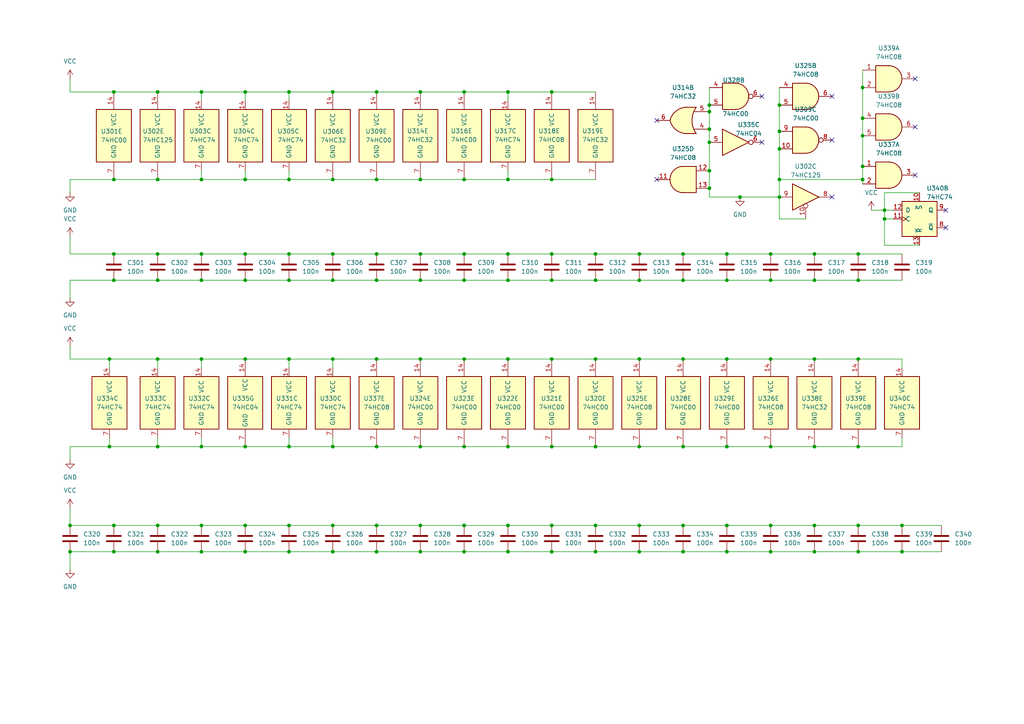
<source format=kicad_sch>
(kicad_sch (version 20211123) (generator eeschema)
  (paper "A4")
  (title_block (title "74HCT6526 Board 3") (date "2023-01-22") (rev "0.2.0") (company "Daniel Molina") (comment 1 "https://github.com/dmolinagarcia/74HCT6526"))
  (lib_symbols
    (symbol "74xx:74HC00" (pin_names (offset 1.016))
      (property "Reference" "U" (at 0 1.27 0))
      (property "Value" "74HC00" (at 0 -1.27 0))
      (symbol "74HC00_1_1"
        (pin input line (at -7.62 2.54 0) (length 3.81) (name "~") (number "1"))
        (pin input line (at -7.62 -2.54 0) (length 3.81) (name "~") (number "2"))
        (pin output inverted (at 7.62 0 180) (length 3.81) (name "~") (number "3"))
      )
      (symbol "74HC00_1_2"
        (pin input inverted (at -7.62 2.54 0) (length 4.318) (name "~") (number "1"))
        (pin input inverted (at -7.62 -2.54 0) (length 4.318) (name "~") (number "2"))
        (pin output line (at 7.62 0 180) (length 3.81) (name "~") (number "3"))
      )
      (symbol "74HC00_2_1"
        (pin input line (at -7.62 2.54 0) (length 3.81) (name "~") (number "4"))
        (pin input line (at -7.62 -2.54 0) (length 3.81) (name "~") (number "5"))
        (pin output inverted (at 7.62 0 180) (length 3.81) (name "~") (number "6"))
      )
      (symbol "74HC00_2_2"
        (pin input inverted (at -7.62 2.54 0) (length 4.318) (name "~") (number "4"))
        (pin input inverted (at -7.62 -2.54 0) (length 4.318) (name "~") (number "5"))
        (pin output line (at 7.62 0 180) (length 3.81) (name "~") (number "6"))
      )
      (symbol "74HC00_3_1"
        (pin input line (at -7.62 -2.54 0) (length 3.81) (name "~") (number "10"))
        (pin output inverted (at 7.62 0 180) (length 3.81) (name "~") (number "8"))
        (pin input line (at -7.62 2.54 0) (length 3.81) (name "~") (number "9"))
      )
      (symbol "74HC00_3_2"
        (pin input inverted (at -7.62 -2.54 0) (length 4.318) (name "~") (number "10"))
        (pin output line (at 7.62 0 180) (length 3.81) (name "~") (number "8"))
        (pin input inverted (at -7.62 2.54 0) (length 4.318) (name "~") (number "9"))
      )
      (symbol "74HC00_4_1"
        (pin output inverted (at 7.62 0 180) (length 3.81) (name "~") (number "11"))
        (pin input line (at -7.62 2.54 0) (length 3.81) (name "~") (number "12"))
        (pin input line (at -7.62 -2.54 0) (length 3.81) (name "~") (number "13"))
      )
      (symbol "74HC00_4_2"
        (pin output line (at 7.62 0 180) (length 3.81) (name "~") (number "11"))
        (pin input inverted (at -7.62 2.54 0) (length 4.318) (name "~") (number "12"))
        (pin input inverted (at -7.62 -2.54 0) (length 4.318) (name "~") (number "13"))
      )
      (symbol "74HC00_5_0"
        (pin power_in line (at 0 12.7 270) (length 5.08) (name "VCC") (number "14"))
        (pin power_in line (at 0 -12.7 90) (length 5.08) (name "GND") (number "7"))
      )
    )
    (symbol "74xx:74HC04"
      (property "Reference" "U" (at 0 1.27 0))
      (property "Value" "74HC04" (at 0 -1.27 0))
      (symbol "74HC04_1_0"
        (pin input line (at -7.62 0 0) (length 3.81) (name "~") (number "1"))
        (pin output inverted (at 7.62 0 180) (length 3.81) (name "~") (number "2"))
      )
      (symbol "74HC04_2_0"
        (pin input line (at -7.62 0 0) (length 3.81) (name "~") (number "3"))
        (pin output inverted (at 7.62 0 180) (length 3.81) (name "~") (number "4"))
      )
      (symbol "74HC04_3_0"
        (pin input line (at -7.62 0 0) (length 3.81) (name "~") (number "5"))
        (pin output inverted (at 7.62 0 180) (length 3.81) (name "~") (number "6"))
      )
      (symbol "74HC04_4_0"
        (pin output inverted (at 7.62 0 180) (length 3.81) (name "~") (number "8"))
        (pin input line (at -7.62 0 0) (length 3.81) (name "~") (number "9"))
      )
      (symbol "74HC04_5_0"
        (pin output inverted (at 7.62 0 180) (length 3.81) (name "~") (number "10"))
        (pin input line (at -7.62 0 0) (length 3.81) (name "~") (number "11"))
      )
      (symbol "74HC04_6_0"
        (pin output inverted (at 7.62 0 180) (length 3.81) (name "~") (number "12"))
        (pin input line (at -7.62 0 0) (length 3.81) (name "~") (number "13"))
      )
      (symbol "74HC04_7_0"
        (pin power_in line (at 0 12.7 270) (length 5.08) (name "VCC") (number "14"))
        (pin power_in line (at 0 -12.7 90) (length 5.08) (name "GND") (number "7"))
      )
    )
    (symbol "74xx:74HC74" (pin_names (offset 1.016))
      (property "Reference" "U" (at -7.62 8.89 0))
      (property "Value" "74HC74" (at -7.62 -8.89 0))
      (symbol "74HC74_1_0"
        (pin input line (at 0 -7.62 90) (length 2.54) (name "~{R}") (number "1"))
        (pin input line (at -7.62 2.54 0) (length 2.54) (name "D") (number "2"))
        (pin input clock (at -7.62 0 0) (length 2.54) (name "C") (number "3"))
        (pin input line (at 0 7.62 270) (length 2.54) (name "~{S}") (number "4"))
        (pin output line (at 7.62 2.54 180) (length 2.54) (name "Q") (number "5"))
        (pin output line (at 7.62 -2.54 180) (length 2.54) (name "~{Q}") (number "6"))
      )
      (symbol "74HC74_2_0"
        (pin input line (at 0 7.62 270) (length 2.54) (name "~{S}") (number "10"))
        (pin input clock (at -7.62 0 0) (length 2.54) (name "C") (number "11"))
        (pin input line (at -7.62 2.54 0) (length 2.54) (name "D") (number "12"))
        (pin input line (at 0 -7.62 90) (length 2.54) (name "~{R}") (number "13"))
        (pin output line (at 7.62 -2.54 180) (length 2.54) (name "~{Q}") (number "8"))
        (pin output line (at 7.62 2.54 180) (length 2.54) (name "Q") (number "9"))
      )
      (symbol "74HC74_3_0"
        (pin power_in line (at 0 10.16 270) (length 2.54) (name "VCC") (number "14"))
        (pin power_in line (at 0 -10.16 90) (length 2.54) (name "GND") (number "7"))
      )
    )
    (symbol "74xx:74LS125" (pin_names (offset 1.016))
      (property "Reference" "U" (at 0 1.27 0))
      (property "Value" "74LS125" (at 0 -1.27 0))
      (symbol "74LS125_1_0"
        (pin input inverted (at 0 -6.35 90) (length 4.445) (name "~") (number "1"))
        (pin input line (at -7.62 0 0) (length 3.81) (name "~") (number "2"))
        (pin tri_state line (at 7.62 0 180) (length 3.81) (name "~") (number "3"))
      )
      (symbol "74LS125_2_0"
        (pin input inverted (at 0 -6.35 90) (length 4.445) (name "~") (number "4"))
        (pin input line (at -7.62 0 0) (length 3.81) (name "~") (number "5"))
        (pin tri_state line (at 7.62 0 180) (length 3.81) (name "~") (number "6"))
      )
      (symbol "74LS125_3_0"
        (pin input inverted (at 0 -6.35 90) (length 4.445) (name "~") (number "10"))
        (pin tri_state line (at 7.62 0 180) (length 3.81) (name "~") (number "8"))
        (pin input line (at -7.62 0 0) (length 3.81) (name "~") (number "9"))
      )
      (symbol "74LS125_4_0"
        (pin tri_state line (at 7.62 0 180) (length 3.81) (name "~") (number "11"))
        (pin input line (at -7.62 0 0) (length 3.81) (name "~") (number "12"))
        (pin input inverted (at 0 -6.35 90) (length 4.445) (name "~") (number "13"))
      )
      (symbol "74LS125_5_0"
        (pin power_in line (at 0 12.7 270) (length 5.08) (name "VCC") (number "14"))
        (pin power_in line (at 0 -12.7 90) (length 5.08) (name "GND") (number "7"))
      )
    )
    (symbol "74xx:74LS32" (pin_names (offset 1.016))
      (property "Reference" "U" (at 0 1.27 0))
      (property "Value" "74LS32" (at 0 -1.27 0))
      (symbol "74LS32_1_1"
        (pin input line (at -7.62 2.54 0) (length 4.318) (name "~") (number "1"))
        (pin input line (at -7.62 -2.54 0) (length 4.318) (name "~") (number "2"))
        (pin output line (at 7.62 0 180) (length 3.81) (name "~") (number "3"))
      )
      (symbol "74LS32_1_2"
        (pin input inverted (at -7.62 2.54 0) (length 3.81) (name "~") (number "1"))
        (pin input inverted (at -7.62 -2.54 0) (length 3.81) (name "~") (number "2"))
        (pin output inverted (at 7.62 0 180) (length 3.81) (name "~") (number "3"))
      )
      (symbol "74LS32_2_1"
        (pin input line (at -7.62 2.54 0) (length 4.318) (name "~") (number "4"))
        (pin input line (at -7.62 -2.54 0) (length 4.318) (name "~") (number "5"))
        (pin output line (at 7.62 0 180) (length 3.81) (name "~") (number "6"))
      )
      (symbol "74LS32_2_2"
        (pin input inverted (at -7.62 2.54 0) (length 3.81) (name "~") (number "4"))
        (pin input inverted (at -7.62 -2.54 0) (length 3.81) (name "~") (number "5"))
        (pin output inverted (at 7.62 0 180) (length 3.81) (name "~") (number "6"))
      )
      (symbol "74LS32_3_1"
        (pin input line (at -7.62 -2.54 0) (length 4.318) (name "~") (number "10"))
        (pin output line (at 7.62 0 180) (length 3.81) (name "~") (number "8"))
        (pin input line (at -7.62 2.54 0) (length 4.318) (name "~") (number "9"))
      )
      (symbol "74LS32_3_2"
        (pin input inverted (at -7.62 -2.54 0) (length 3.81) (name "~") (number "10"))
        (pin output inverted (at 7.62 0 180) (length 3.81) (name "~") (number "8"))
        (pin input inverted (at -7.62 2.54 0) (length 3.81) (name "~") (number "9"))
      )
      (symbol "74LS32_4_1"
        (pin output line (at 7.62 0 180) (length 3.81) (name "~") (number "11"))
        (pin input line (at -7.62 2.54 0) (length 4.318) (name "~") (number "12"))
        (pin input line (at -7.62 -2.54 0) (length 4.318) (name "~") (number "13"))
      )
      (symbol "74LS32_4_2"
        (pin output inverted (at 7.62 0 180) (length 3.81) (name "~") (number "11"))
        (pin input inverted (at -7.62 2.54 0) (length 3.81) (name "~") (number "12"))
        (pin input inverted (at -7.62 -2.54 0) (length 3.81) (name "~") (number "13"))
      )
      (symbol "74LS32_5_0"
        (pin power_in line (at 0 12.7 270) (length 5.08) (name "VCC") (number "14"))
        (pin power_in line (at 0 -12.7 90) (length 5.08) (name "GND") (number "7"))
      )
    )
    (symbol "Custom 74xx:74HC08" (pin_names (offset 1.016))
      (property "Reference" "U" (at 0 1.27 0))
      (property "Value" "74HC08" (at 0 -1.27 0))
      (symbol "74HC08_1_1"
        (pin input line (at -7.62 2.54 0) (length 3.81) (name "~") (number "1"))
        (pin input line (at -7.62 -2.54 0) (length 3.81) (name "~") (number "2"))
        (pin output line (at 7.62 0 180) (length 3.81) (name "~") (number "3"))
      )
      (symbol "74HC08_1_2"
        (pin input inverted (at -7.62 2.54 0) (length 4.318) (name "~") (number "1"))
        (pin input inverted (at -7.62 -2.54 0) (length 4.318) (name "~") (number "2"))
        (pin output line (at 7.62 0 180) (length 3.81) (name "~") (number "3"))
      )
      (symbol "74HC08_2_1"
        (pin input line (at -7.62 2.54 0) (length 3.81) (name "~") (number "4"))
        (pin input line (at -7.62 -2.54 0) (length 3.81) (name "~") (number "5"))
        (pin output line (at 7.62 0 180) (length 3.81) (name "~") (number "6"))
      )
      (symbol "74HC08_2_2"
        (pin input inverted (at -7.62 2.54 0) (length 4.318) (name "~") (number "4"))
        (pin input inverted (at -7.62 -2.54 0) (length 4.318) (name "~") (number "5"))
        (pin output line (at 7.62 0 180) (length 3.81) (name "~") (number "6"))
      )
      (symbol "74HC08_3_1"
        (pin input line (at -7.62 -2.54 0) (length 3.81) (name "~") (number "10"))
        (pin output line (at 7.62 0 180) (length 3.81) (name "~") (number "8"))
        (pin input line (at -7.62 2.54 0) (length 3.81) (name "~") (number "9"))
      )
      (symbol "74HC08_3_2"
        (pin input inverted (at -7.62 -2.54 0) (length 4.318) (name "~") (number "10"))
        (pin output line (at 7.62 0 180) (length 3.81) (name "~") (number "8"))
        (pin input inverted (at -7.62 2.54 0) (length 4.318) (name "~") (number "9"))
      )
      (symbol "74HC08_4_1"
        (pin output line (at 7.62 0 180) (length 3.81) (name "~") (number "11"))
        (pin input line (at -7.62 2.54 0) (length 3.81) (name "~") (number "12"))
        (pin input line (at -7.62 -2.54 0) (length 3.81) (name "~") (number "13"))
      )
      (symbol "74HC08_4_2"
        (pin output line (at 7.62 0 180) (length 3.81) (name "~") (number "11"))
        (pin input inverted (at -7.62 2.54 0) (length 4.318) (name "~") (number "12"))
        (pin input inverted (at -7.62 -2.54 0) (length 4.318) (name "~") (number "13"))
      )
      (symbol "74HC08_5_0"
        (pin power_in line (at 0 12.7 270) (length 5.08) (name "VCC") (number "14"))
        (pin power_in line (at 0 -12.7 90) (length 5.08) (name "GND") (number "7"))
      )
    )
    (symbol "Device:C" (pin_numbers hide) (pin_names (offset 0.254))
      (property "Reference" "C" (at 0.635 2.54 0))
      (property "Value" "C" (at 0.635 -2.54 0))
      (symbol "C_1_1"
        (pin passive line (at 0 3.81 270) (length 2.794) (name "~") (number "1"))
        (pin passive line (at 0 -3.81 90) (length 2.794) (name "~") (number "2"))
      )
    )
    (symbol "power:GND" (power) (pin_names (offset 0))
      (property "Value" "GND" (at 0 -3.81 0))
      (symbol "GND_1_1"
        (pin power_in line (at 0 0 270) (length 0) hide (name "GND") (number "1"))
      )
    )
    (symbol "power:VCC" (power) (pin_names (offset 0))
      (property "Value" "VCC" (at 0 3.81 0))
      (symbol "VCC_1_1"
        (pin power_in line (at 0 0 90) (length 0) hide (name "VCC") (number "1"))
      )
    )
  )
  (junction (at 147.32 152.4))
  (junction (at 160.02 81.28))
  (junction (at 45.72 104.14))
  (junction (at 83.82 152.4))
  (junction (at 248.92 73.66))
  (junction (at 33.02 73.66))
  (junction (at 198.12 81.28))
  (junction (at 205.74 32.385))
  (junction (at 205.74 54.61))
  (junction (at 198.12 152.4))
  (junction (at 45.72 52.07))
  (junction (at 236.22 129.54))
  (junction (at 160.02 26.67))
  (junction (at 160.02 129.54))
  (junction (at 71.12 81.28))
  (junction (at 134.62 81.28))
  (junction (at 33.02 152.4))
  (junction (at 45.72 160.02))
  (junction (at 214.63 57.15))
  (junction (at 250.19 48.26))
  (junction (at 223.52 160.02))
  (junction (at 198.12 73.66))
  (junction (at 248.92 129.54))
  (junction (at 226.06 57.15))
  (junction (at 236.22 73.66))
  (junction (at 83.82 160.02))
  (junction (at 198.12 160.02))
  (junction (at 205.74 37.465))
  (junction (at 147.32 160.02))
  (junction (at 134.62 104.14))
  (junction (at 261.62 152.4))
  (junction (at 45.72 129.54))
  (junction (at 109.22 81.28))
  (junction (at 58.42 104.14))
  (junction (at 71.12 129.54))
  (junction (at 248.92 104.14))
  (junction (at 109.22 160.02))
  (junction (at 71.12 73.66))
  (junction (at 134.62 73.66))
  (junction (at 58.42 129.54))
  (junction (at 83.82 73.66))
  (junction (at 58.42 152.4))
  (junction (at 96.52 52.07))
  (junction (at 261.62 160.02))
  (junction (at 250.19 39.37))
  (junction (at 248.92 152.4))
  (junction (at 160.02 73.66))
  (junction (at 198.12 104.14))
  (junction (at 185.42 73.66))
  (junction (at 83.82 52.07))
  (junction (at 223.52 104.14))
  (junction (at 96.52 129.54))
  (junction (at 96.52 73.66))
  (junction (at 210.82 104.14))
  (junction (at 45.72 152.4))
  (junction (at 226.06 30.48))
  (junction (at 172.72 81.28))
  (junction (at 226.06 52.07))
  (junction (at 109.22 73.66))
  (junction (at 96.52 104.14))
  (junction (at 45.72 81.28))
  (junction (at 33.02 26.67))
  (junction (at 147.32 73.66))
  (junction (at 96.52 26.67))
  (junction (at 83.82 26.67))
  (junction (at 250.19 52.07))
  (junction (at 33.02 81.28))
  (junction (at 256.54 63.5))
  (junction (at 223.52 81.28))
  (junction (at 121.92 152.4))
  (junction (at 33.02 160.02))
  (junction (at 147.32 104.14))
  (junction (at 210.82 73.66))
  (junction (at 134.62 26.67))
  (junction (at 58.42 52.07))
  (junction (at 223.52 129.54))
  (junction (at 71.12 160.02))
  (junction (at 147.32 81.28))
  (junction (at 210.82 152.4))
  (junction (at 172.72 129.54))
  (junction (at 210.82 129.54))
  (junction (at 121.92 73.66))
  (junction (at 226.06 38.1))
  (junction (at 198.12 129.54))
  (junction (at 205.74 30.48))
  (junction (at 250.19 34.29))
  (junction (at 121.92 26.67))
  (junction (at 58.42 26.67))
  (junction (at 147.32 26.67))
  (junction (at 248.92 81.28))
  (junction (at 223.52 73.66))
  (junction (at 71.12 104.14))
  (junction (at 58.42 73.66))
  (junction (at 121.92 104.14))
  (junction (at 121.92 52.07))
  (junction (at 205.74 41.275))
  (junction (at 134.62 129.54))
  (junction (at 205.74 49.53))
  (junction (at 83.82 129.54))
  (junction (at 96.52 152.4))
  (junction (at 109.22 129.54))
  (junction (at 236.22 104.14))
  (junction (at 223.52 152.4))
  (junction (at 121.92 160.02))
  (junction (at 134.62 52.07))
  (junction (at 83.82 81.28))
  (junction (at 20.32 160.02))
  (junction (at 185.42 152.4))
  (junction (at 160.02 152.4))
  (junction (at 147.32 129.54))
  (junction (at 236.22 81.28))
  (junction (at 147.32 52.07))
  (junction (at 33.02 52.07))
  (junction (at 109.22 152.4))
  (junction (at 121.92 81.28))
  (junction (at 134.62 160.02))
  (junction (at 172.72 73.66))
  (junction (at 185.42 81.28))
  (junction (at 58.42 160.02))
  (junction (at 185.42 160.02))
  (junction (at 109.22 104.14))
  (junction (at 248.92 160.02))
  (junction (at 134.62 152.4))
  (junction (at 31.75 104.14))
  (junction (at 45.72 26.67))
  (junction (at 236.22 160.02))
  (junction (at 71.12 52.07))
  (junction (at 71.12 26.67))
  (junction (at 58.42 81.28))
  (junction (at 256.54 60.96))
  (junction (at 109.22 52.07))
  (junction (at 236.22 152.4))
  (junction (at 71.12 152.4))
  (junction (at 172.72 152.4))
  (junction (at 250.19 25.4))
  (junction (at 160.02 104.14))
  (junction (at 226.06 43.18))
  (junction (at 185.42 104.14))
  (junction (at 160.02 160.02))
  (junction (at 121.92 129.54))
  (junction (at 172.72 104.14))
  (junction (at 185.42 129.54))
  (junction (at 31.75 129.54))
  (junction (at 45.72 73.66))
  (junction (at 210.82 81.28))
  (junction (at 96.52 81.28))
  (junction (at 172.72 160.02))
  (junction (at 160.02 52.07))
  (junction (at 83.82 104.14))
  (junction (at 20.32 152.4))
  (junction (at 109.22 26.67))
  (junction (at 96.52 160.02))
  (junction (at 210.82 160.02))
  (no_connect (at 220.98 41.275))
  (no_connect (at 274.32 66.04))
  (no_connect (at 190.5 34.925))
  (no_connect (at 241.3 57.15))
  (no_connect (at 241.3 27.94))
  (no_connect (at 241.3 40.64))
  (no_connect (at 190.5 52.07))
  (no_connect (at 220.98 27.94))
  (no_connect (at 265.43 50.8))
  (no_connect (at 265.43 36.83))
  (no_connect (at 265.43 22.86))
  (no_connect (at 274.32 60.96))
  (wire (pts (xy 45.72 52.07) (xy 58.42 52.07)))
  (wire (pts (xy 160.02 52.07) (xy 172.72 52.07)))
  (wire (pts (xy 134.62 129.54) (xy 147.32 129.54)))
  (wire (pts (xy 256.54 63.5) (xy 256.54 71.12)))
  (wire (pts (xy 58.42 26.67) (xy 58.42 29.21)))
  (wire (pts (xy 185.42 73.66) (xy 198.12 73.66)))
  (wire (pts (xy 252.73 60.96) (xy 256.54 60.96)))
  (wire (pts (xy 109.22 104.14) (xy 121.92 104.14)))
  (wire (pts (xy 172.72 81.28) (xy 185.42 81.28)))
  (wire (pts (xy 256.54 71.12) (xy 266.7 71.12)))
  (wire (pts (xy 147.32 26.67) (xy 160.02 26.67)))
  (wire (pts (xy 45.72 160.02) (xy 58.42 160.02)))
  (wire (pts (xy 83.82 81.28) (xy 96.52 81.28)))
  (wire (pts (xy 210.82 129.54) (xy 223.52 129.54)))
  (wire (pts (xy 45.72 104.14) (xy 45.72 106.68)))
  (wire (pts (xy 33.02 160.02) (xy 45.72 160.02)))
  (wire (pts (xy 250.19 20.32) (xy 250.19 25.4)))
  (wire (pts (xy 109.22 152.4) (xy 121.92 152.4)))
  (wire (pts (xy 71.12 81.28) (xy 83.82 81.28)))
  (wire (pts (xy 236.22 160.02) (xy 248.92 160.02)))
  (wire (pts (xy 226.06 38.1) (xy 226.06 43.18)))
  (wire (pts (xy 134.62 73.66) (xy 147.32 73.66)))
  (wire (pts (xy 33.02 152.4) (xy 45.72 152.4)))
  (wire (pts (xy 31.75 127) (xy 31.75 129.54)))
  (wire (pts (xy 33.02 52.07) (xy 45.72 52.07)))
  (wire (pts (xy 134.62 81.28) (xy 147.32 81.28)))
  (wire (pts (xy 71.12 26.67) (xy 83.82 26.67)))
  (wire (pts (xy 248.92 104.14) (xy 261.62 104.14)))
  (wire (pts (xy 31.75 104.14) (xy 45.72 104.14)))
  (wire (pts (xy 205.74 37.465) (xy 205.74 41.275)))
  (wire (pts (xy 226.06 43.18) (xy 226.06 52.07)))
  (wire (pts (xy 226.06 52.07) (xy 250.19 52.07)))
  (wire (pts (xy 121.92 26.67) (xy 134.62 26.67)))
  (wire (pts (xy 83.82 104.14) (xy 96.52 104.14)))
  (wire (pts (xy 248.92 81.28) (xy 261.62 81.28)))
  (wire (pts (xy 147.32 26.67) (xy 147.32 29.21)))
  (wire (pts (xy 121.92 52.07) (xy 134.62 52.07)))
  (wire (pts (xy 147.32 129.54) (xy 160.02 129.54)))
  (wire (pts (xy 121.92 81.28) (xy 134.62 81.28)))
  (wire (pts (xy 172.72 129.54) (xy 185.42 129.54)))
  (wire (pts (xy 20.32 73.66) (xy 33.02 73.66)))
  (wire (pts (xy 256.54 60.96) (xy 259.08 60.96)))
  (wire (pts (xy 185.42 160.02) (xy 198.12 160.02)))
  (wire (pts (xy 71.12 160.02) (xy 83.82 160.02)))
  (wire (pts (xy 45.72 81.28) (xy 58.42 81.28)))
  (wire (pts (xy 172.72 104.14) (xy 185.42 104.14)))
  (wire (pts (xy 134.62 104.14) (xy 147.32 104.14)))
  (wire (pts (xy 121.92 152.4) (xy 134.62 152.4)))
  (wire (pts (xy 83.82 152.4) (xy 96.52 152.4)))
  (wire (pts (xy 83.82 104.14) (xy 83.82 106.68)))
  (wire (pts (xy 109.22 129.54) (xy 121.92 129.54)))
  (wire (pts (xy 185.42 104.14) (xy 198.12 104.14)))
  (wire (pts (xy 205.74 54.61) (xy 205.74 57.15)))
  (wire (pts (xy 83.82 129.54) (xy 96.52 129.54)))
  (wire (pts (xy 210.82 104.14) (xy 223.52 104.14)))
  (wire (pts (xy 96.52 81.28) (xy 109.22 81.28)))
  (wire (pts (xy 226.06 25.4) (xy 226.06 30.48)))
  (wire (pts (xy 233.68 63.5) (xy 226.06 63.5)))
  (wire (pts (xy 147.32 152.4) (xy 160.02 152.4)))
  (wire (pts (xy 185.42 129.54) (xy 198.12 129.54)))
  (wire (pts (xy 226.06 52.07) (xy 226.06 57.15)))
  (wire (pts (xy 210.82 73.66) (xy 223.52 73.66)))
  (wire (pts (xy 248.92 73.66) (xy 261.62 73.66)))
  (wire (pts (xy 31.75 104.14) (xy 31.75 106.68)))
  (wire (pts (xy 33.02 81.28) (xy 45.72 81.28)))
  (wire (pts (xy 160.02 152.4) (xy 172.72 152.4)))
  (wire (pts (xy 223.52 160.02) (xy 236.22 160.02)))
  (wire (pts (xy 96.52 104.14) (xy 109.22 104.14)))
  (wire (pts (xy 109.22 26.67) (xy 121.92 26.67)))
  (wire (pts (xy 236.22 73.66) (xy 248.92 73.66)))
  (wire (pts (xy 58.42 127) (xy 58.42 129.54)))
  (wire (pts (xy 109.22 160.02) (xy 121.92 160.02)))
  (wire (pts (xy 198.12 81.28) (xy 210.82 81.28)))
  (wire (pts (xy 71.12 52.07) (xy 83.82 52.07)))
  (wire (pts (xy 160.02 26.67) (xy 172.72 26.67)))
  (wire (pts (xy 205.74 57.15) (xy 214.63 57.15)))
  (wire (pts (xy 226.06 30.48) (xy 226.06 38.1)))
  (wire (pts (xy 261.62 152.4) (xy 273.05 152.4)))
  (wire (pts (xy 210.82 81.28) (xy 223.52 81.28)))
  (wire (pts (xy 160.02 104.14) (xy 172.72 104.14)))
  (wire (pts (xy 134.62 26.67) (xy 147.32 26.67)))
  (wire (pts (xy 20.32 152.4) (xy 33.02 152.4)))
  (wire (pts (xy 121.92 104.14) (xy 134.62 104.14)))
  (wire (pts (xy 20.32 68.58) (xy 20.32 73.66)))
  (wire (pts (xy 20.32 165.1) (xy 20.32 160.02)))
  (wire (pts (xy 256.54 55.88) (xy 256.54 60.96)))
  (wire (pts (xy 83.82 73.66) (xy 96.52 73.66)))
  (wire (pts (xy 83.82 26.67) (xy 96.52 26.67)))
  (wire (pts (xy 236.22 81.28) (xy 248.92 81.28)))
  (wire (pts (xy 109.22 73.66) (xy 121.92 73.66)))
  (wire (pts (xy 223.52 81.28) (xy 236.22 81.28)))
  (wire (pts (xy 147.32 81.28) (xy 160.02 81.28)))
  (wire (pts (xy 236.22 104.14) (xy 248.92 104.14)))
  (wire (pts (xy 236.22 129.54) (xy 248.92 129.54)))
  (wire (pts (xy 147.32 104.14) (xy 160.02 104.14)))
  (wire (pts (xy 96.52 52.07) (xy 109.22 52.07)))
  (wire (pts (xy 83.82 52.07) (xy 96.52 52.07)))
  (wire (pts (xy 261.62 129.54) (xy 261.62 127)))
  (wire (pts (xy 58.42 104.14) (xy 71.12 104.14)))
  (wire (pts (xy 20.32 100.33) (xy 20.32 104.14)))
  (wire (pts (xy 96.52 127) (xy 96.52 129.54)))
  (wire (pts (xy 33.02 73.66) (xy 45.72 73.66)))
  (wire (pts (xy 96.52 129.54) (xy 109.22 129.54)))
  (wire (pts (xy 147.32 73.66) (xy 160.02 73.66)))
  (wire (pts (xy 266.7 55.88) (xy 256.54 55.88)))
  (wire (pts (xy 172.72 73.66) (xy 185.42 73.66)))
  (wire (pts (xy 134.62 152.4) (xy 147.32 152.4)))
  (wire (pts (xy 58.42 129.54) (xy 71.12 129.54)))
  (wire (pts (xy 198.12 73.66) (xy 210.82 73.66)))
  (wire (pts (xy 210.82 152.4) (xy 223.52 152.4)))
  (wire (pts (xy 223.52 152.4) (xy 236.22 152.4)))
  (wire (pts (xy 248.92 160.02) (xy 261.62 160.02)))
  (wire (pts (xy 121.92 73.66) (xy 134.62 73.66)))
  (wire (pts (xy 250.19 25.4) (xy 250.19 34.29)))
  (wire (pts (xy 45.72 26.67) (xy 58.42 26.67)))
  (wire (pts (xy 109.22 81.28) (xy 121.92 81.28)))
  (wire (pts (xy 223.52 73.66) (xy 236.22 73.66)))
  (wire (pts (xy 83.82 26.67) (xy 83.82 29.21)))
  (wire (pts (xy 20.32 81.28) (xy 33.02 81.28)))
  (wire (pts (xy 71.12 73.66) (xy 83.82 73.66)))
  (wire (pts (xy 223.52 104.14) (xy 236.22 104.14)))
  (wire (pts (xy 121.92 129.54) (xy 134.62 129.54)))
  (wire (pts (xy 198.12 104.14) (xy 210.82 104.14)))
  (wire (pts (xy 83.82 127) (xy 83.82 129.54)))
  (wire (pts (xy 58.42 49.53) (xy 58.42 52.07)))
  (wire (pts (xy 214.63 57.15) (xy 226.06 57.15)))
  (wire (pts (xy 248.92 152.4) (xy 261.62 152.4)))
  (wire (pts (xy 71.12 129.54) (xy 83.82 129.54)))
  (wire (pts (xy 205.74 32.385) (xy 205.74 37.465)))
  (wire (pts (xy 20.32 104.14) (xy 31.75 104.14)))
  (wire (pts (xy 83.82 49.53) (xy 83.82 52.07)))
  (wire (pts (xy 160.02 73.66) (xy 172.72 73.66)))
  (wire (pts (xy 198.12 160.02) (xy 210.82 160.02)))
  (wire (pts (xy 121.92 160.02) (xy 134.62 160.02)))
  (wire (pts (xy 248.92 129.54) (xy 261.62 129.54)))
  (wire (pts (xy 205.74 41.275) (xy 205.74 49.53)))
  (wire (pts (xy 198.12 152.4) (xy 210.82 152.4)))
  (wire (pts (xy 261.62 160.02) (xy 273.05 160.02)))
  (wire (pts (xy 71.12 26.67) (xy 71.12 29.21)))
  (wire (pts (xy 20.32 129.54) (xy 31.75 129.54)))
  (wire (pts (xy 96.52 73.66) (xy 109.22 73.66)))
  (wire (pts (xy 58.42 73.66) (xy 71.12 73.66)))
  (wire (pts (xy 205.74 30.48) (xy 205.74 32.385)))
  (wire (pts (xy 96.52 160.02) (xy 109.22 160.02)))
  (wire (pts (xy 58.42 104.14) (xy 58.42 106.68)))
  (wire (pts (xy 250.19 39.37) (xy 250.19 48.26)))
  (wire (pts (xy 20.32 160.02) (xy 33.02 160.02)))
  (wire (pts (xy 20.32 55.88) (xy 20.32 52.07)))
  (wire (pts (xy 71.12 104.14) (xy 83.82 104.14)))
  (wire (pts (xy 250.19 34.29) (xy 250.19 39.37)))
  (wire (pts (xy 33.02 26.67) (xy 45.72 26.67)))
  (wire (pts (xy 20.32 86.36) (xy 20.32 81.28)))
  (wire (pts (xy 134.62 52.07) (xy 147.32 52.07)))
  (wire (pts (xy 256.54 63.5) (xy 259.08 63.5)))
  (wire (pts (xy 160.02 160.02) (xy 172.72 160.02)))
  (wire (pts (xy 134.62 160.02) (xy 147.32 160.02)))
  (wire (pts (xy 20.32 133.35) (xy 20.32 129.54)))
  (wire (pts (xy 172.72 160.02) (xy 185.42 160.02)))
  (wire (pts (xy 160.02 81.28) (xy 172.72 81.28)))
  (wire (pts (xy 236.22 152.4) (xy 248.92 152.4)))
  (wire (pts (xy 45.72 127) (xy 45.72 129.54)))
  (wire (pts (xy 185.42 81.28) (xy 198.12 81.28)))
  (wire (pts (xy 20.32 147.32) (xy 20.32 152.4)))
  (wire (pts (xy 223.52 129.54) (xy 236.22 129.54)))
  (wire (pts (xy 261.62 104.14) (xy 261.62 106.68)))
  (wire (pts (xy 20.32 26.67) (xy 33.02 26.67)))
  (wire (pts (xy 58.42 152.4) (xy 71.12 152.4)))
  (wire (pts (xy 96.52 152.4) (xy 109.22 152.4)))
  (wire (pts (xy 45.72 152.4) (xy 58.42 152.4)))
  (wire (pts (xy 109.22 52.07) (xy 121.92 52.07)))
  (wire (pts (xy 256.54 60.96) (xy 256.54 63.5)))
  (wire (pts (xy 185.42 152.4) (xy 198.12 152.4)))
  (wire (pts (xy 83.82 160.02) (xy 96.52 160.02)))
  (wire (pts (xy 205.74 49.53) (xy 205.74 54.61)))
  (wire (pts (xy 45.72 129.54) (xy 58.42 129.54)))
  (wire (pts (xy 147.32 52.07) (xy 160.02 52.07)))
  (wire (pts (xy 205.74 25.4) (xy 205.74 30.48)))
  (wire (pts (xy 58.42 52.07) (xy 71.12 52.07)))
  (wire (pts (xy 96.52 26.67) (xy 109.22 26.67)))
  (wire (pts (xy 20.32 22.86) (xy 20.32 26.67)))
  (wire (pts (xy 250.19 52.07) (xy 250.19 53.34)))
  (wire (pts (xy 71.12 49.53) (xy 71.12 52.07)))
  (wire (pts (xy 45.72 73.66) (xy 58.42 73.66)))
  (wire (pts (xy 172.72 152.4) (xy 185.42 152.4)))
  (wire (pts (xy 45.72 104.14) (xy 58.42 104.14)))
  (wire (pts (xy 198.12 129.54) (xy 210.82 129.54)))
  (wire (pts (xy 31.75 129.54) (xy 45.72 129.54)))
  (wire (pts (xy 96.52 104.14) (xy 96.52 106.68)))
  (wire (pts (xy 147.32 160.02) (xy 160.02 160.02)))
  (wire (pts (xy 58.42 26.67) (xy 71.12 26.67)))
  (wire (pts (xy 147.32 49.53) (xy 147.32 52.07)))
  (wire (pts (xy 160.02 129.54) (xy 172.72 129.54)))
  (wire (pts (xy 250.19 48.26) (xy 250.19 52.07)))
  (wire (pts (xy 226.06 63.5) (xy 226.06 57.15)))
  (wire (pts (xy 58.42 81.28) (xy 71.12 81.28)))
  (wire (pts (xy 58.42 160.02) (xy 71.12 160.02)))
  (wire (pts (xy 20.32 52.07) (xy 33.02 52.07)))
  (wire (pts (xy 210.82 160.02) (xy 223.52 160.02)))
  (wire (pts (xy 71.12 152.4) (xy 83.82 152.4)))
  (symbol (lib_id "74xx:74LS32") (at 198.12 34.925 180) (unit 2)
    (property "Reference" "U314" (at 198.12 25.4 0))
    (property "Value" "74HC32" (at 198.12 27.94 0))
    (property "Footprint" "Package_SO:SO-14_3.9x8.65mm_P1.27mm" (effects hide))
    (property "Datasheet" "http://www.ti.com/lit/gpn/sn74LS32" (effects hide))
  )
  (symbol (lib_id "power:GND") (at 214.63 57.15 0) (unit 1)
    (property "Reference" "#PWR0356" (effects hide))
    (property "Value" "GND" (at 214.63 62.23 0))
  )
  (symbol (lib_id "Device:C") (at 210.82 156.21 0) (unit 1)
    (property "Reference" "C335" (at 214.63 154.9399 0) (effects (justify left)))
    (property "Value" "100n" (at 214.63 157.4799 0) (effects (justify left)))
    (property "Footprint" "Capacitor_SMD:C_0603_1608Metric" (effects hide))
  )
  (symbol (lib_id "Device:C") (at 160.02 156.21 0) (unit 1)
    (property "Reference" "C331" (at 163.83 154.9399 0) (effects (justify left)))
    (property "Value" "100n" (at 163.83 157.4799 0) (effects (justify left)))
    (property "Footprint" "Capacitor_SMD:C_0603_1608Metric" (effects hide))
  )
  (symbol (lib_id "Device:C") (at 261.62 156.21 0) (unit 1)
    (property "Reference" "C339" (at 265.43 154.9399 0) (effects (justify left)))
    (property "Value" "100n" (at 265.43 157.4799 0) (effects (justify left)))
    (property "Footprint" "Capacitor_SMD:C_0603_1608Metric" (effects hide))
  )
  (symbol (lib_id "power:VCC") (at 20.32 100.33 0) (unit 1)
    (property "Reference" "#PWR0354" (effects hide))
    (property "Value" "VCC" (at 20.32 95.25 0))
  )
  (symbol (lib_id "Device:C") (at 236.22 77.47 0) (unit 1)
    (property "Reference" "C317" (at 240.03 76.1999 0) (effects (justify left)))
    (property "Value" "100n" (at 240.03 78.7399 0) (effects (justify left)))
    (property "Footprint" "Capacitor_SMD:C_0603_1608Metric" (effects hide))
  )
  (symbol (lib_id "Device:C") (at 83.82 77.47 0) (unit 1)
    (property "Reference" "C305" (at 87.63 76.1999 0) (effects (justify left)))
    (property "Value" "100n" (at 87.63 78.7399 0) (effects (justify left)))
    (property "Footprint" "Capacitor_SMD:C_0603_1608Metric" (effects hide))
  )
  (symbol (lib_id "Custom 74xx:74HC08") (at 185.42 116.84 0) (unit 5)
    (property "Reference" "U325" (at 181.61 115.57 0) (effects (justify left)))
    (property "Value" "74HC08" (at 181.61 118.11 0) (effects (justify left)))
    (property "Footprint" "Package_SO:SO-14_3.9x8.65mm_P1.27mm" (effects hide))
  )
  (symbol (lib_id "74xx:74HC00") (at 121.92 116.84 0) (unit 5)
    (property "Reference" "U324" (at 121.92 115.57 0))
    (property "Value" "74HC00" (at 121.92 118.11 0))
    (property "Footprint" "Package_SO:SO-14_3.9x8.65mm_P1.27mm" (effects hide))
    (property "Datasheet" "http://www.ti.com/lit/gpn/sn74hc00" (effects hide))
  )
  (symbol (lib_id "Device:C") (at 273.05 156.21 0) (unit 1)
    (property "Reference" "C340" (at 276.86 154.9399 0) (effects (justify left)))
    (property "Value" "100n" (at 276.86 157.4799 0) (effects (justify left)))
    (property "Footprint" "Capacitor_SMD:C_0603_1608Metric" (effects hide))
  )
  (symbol (lib_id "Device:C") (at 71.12 156.21 0) (unit 1)
    (property "Reference" "C324" (at 74.93 154.9399 0) (effects (justify left)))
    (property "Value" "100n" (at 74.93 157.4799 0) (effects (justify left)))
    (property "Footprint" "Capacitor_SMD:C_0603_1608Metric" (effects hide))
  )
  (symbol (lib_id "Custom 74xx:74HC08") (at 257.81 22.86 0) (unit 1)
    (property "Reference" "U339" (at 257.81 13.97 0))
    (property "Value" "74HC08" (at 257.81 16.51 0))
    (property "Footprint" "Package_SO:SO-14_3.9x8.65mm_P1.27mm" (effects hide))
  )
  (symbol (lib_id "Device:C") (at 58.42 156.21 0) (unit 1)
    (property "Reference" "C323" (at 62.23 154.9399 0) (effects (justify left)))
    (property "Value" "100n" (at 62.23 157.4799 0) (effects (justify left)))
    (property "Footprint" "Capacitor_SMD:C_0603_1608Metric" (effects hide))
  )
  (symbol (lib_id "Custom 74xx:74HC08") (at 109.22 116.84 0) (unit 5)
    (property "Reference" "U337" (at 105.41 115.57 0) (effects (justify left)))
    (property "Value" "74HC08" (at 105.41 118.11 0) (effects (justify left)))
    (property "Footprint" "Package_SO:SO-14_3.9x8.65mm_P1.27mm" (effects hide))
  )
  (symbol (lib_id "Device:C") (at 134.62 156.21 0) (unit 1)
    (property "Reference" "C329" (at 138.43 154.9399 0) (effects (justify left)))
    (property "Value" "100n" (at 138.43 157.4799 0) (effects (justify left)))
    (property "Footprint" "Capacitor_SMD:C_0603_1608Metric" (effects hide))
  )
  (symbol (lib_id "74xx:74HC00") (at 147.32 116.84 0) (unit 5)
    (property "Reference" "U322" (at 147.32 115.57 0))
    (property "Value" "74HC00" (at 147.32 118.11 0))
    (property "Footprint" "Package_SO:SO-14_3.9x8.65mm_P1.27mm" (effects hide))
    (property "Datasheet" "http://www.ti.com/lit/gpn/sn74hc00" (effects hide))
  )
  (symbol (lib_id "74xx:74HC74") (at 45.72 116.84 0) (unit 3)
    (property "Reference" "U333" (at 41.91 115.57 0) (effects (justify left)))
    (property "Value" "74HC74" (at 41.91 118.11 0) (effects (justify left)))
    (property "Footprint" "Package_SO:SO-14_3.9x8.65mm_P1.27mm" (effects hide))
    (property "Datasheet" "74xx/74hc_hct74.pdf" (effects hide))
  )
  (symbol (lib_id "Device:C") (at 261.62 77.47 0) (unit 1)
    (property "Reference" "C319" (at 265.43 76.1999 0) (effects (justify left)))
    (property "Value" "100n" (at 265.43 78.7399 0) (effects (justify left)))
    (property "Footprint" "Capacitor_SMD:C_0603_1608Metric" (effects hide))
  )
  (symbol (lib_id "74xx:74HC00") (at 33.02 39.37 0) (unit 5)
    (property "Reference" "U301" (at 29.21 38.1 0) (effects (justify left)))
    (property "Value" "74HC00" (at 29.21 40.64 0) (effects (justify left)))
    (property "Footprint" "Package_SO:SO-14_3.9x8.65mm_P1.27mm" (effects hide))
    (property "Datasheet" "http://www.ti.com/lit/gpn/sn74hc00" (effects hide))
  )
  (symbol (lib_id "74xx:74LS125") (at 233.68 57.15 0) (unit 3)
    (property "Reference" "U302" (at 233.68 48.26 0))
    (property "Value" "74HC125" (at 233.68 50.8 0))
    (property "Footprint" "Package_SO:SO-14_3.9x8.65mm_P1.27mm" (effects hide))
    (property "Datasheet" "http://www.ti.com/lit/gpn/sn74LS125" (effects hide))
  )
  (symbol (lib_id "74xx:74HC00") (at 172.72 116.84 0) (unit 5)
    (property "Reference" "U320" (at 172.72 115.57 0))
    (property "Value" "74HC00" (at 172.72 118.11 0))
    (property "Footprint" "Package_SO:SO-14_3.9x8.65mm_P1.27mm" (effects hide))
    (property "Datasheet" "http://www.ti.com/lit/gpn/sn74hc00" (effects hide))
  )
  (symbol (lib_id "Device:C") (at 33.02 77.47 0) (unit 1)
    (property "Reference" "C301" (at 36.83 76.1999 0) (effects (justify left)))
    (property "Value" "100n" (at 36.83 78.7399 0) (effects (justify left)))
    (property "Footprint" "Capacitor_SMD:C_0603_1608Metric" (effects hide))
  )
  (symbol (lib_id "74xx:74HC00") (at 109.22 39.37 0) (unit 5)
    (property "Reference" "U309" (at 105.9708 38.1046 0) (effects (justify left)))
    (property "Value" "74HC00" (at 105.9708 40.6446 0) (effects (justify left)))
    (property "Footprint" "Package_SO:SO-14_3.9x8.65mm_P1.27mm" (effects hide))
    (property "Datasheet" "http://www.ti.com/lit/gpn/sn74hc00" (effects hide))
  )
  (symbol (lib_id "74xx:74HC00") (at 134.62 116.84 0) (unit 5)
    (property "Reference" "U323" (at 134.62 115.57 0))
    (property "Value" "74HC00" (at 134.62 118.11 0))
    (property "Footprint" "Package_SO:SO-14_3.9x8.65mm_P1.27mm" (effects hide))
    (property "Datasheet" "http://www.ti.com/lit/gpn/sn74hc00" (effects hide))
  )
  (symbol (lib_id "74xx:74HC74") (at 71.12 39.37 0) (unit 3)
    (property "Reference" "U304" (at 67.5596 38.0519 0) (effects (justify left)))
    (property "Value" "74HC74" (at 67.5596 40.5919 0) (effects (justify left)))
    (property "Footprint" "Package_SO:SO-14_3.9x8.65mm_P1.27mm" (effects hide))
    (property "Datasheet" "74xx/74hc_hct74.pdf" (effects hide))
  )
  (symbol (lib_id "Device:C") (at 248.92 77.47 0) (unit 1)
    (property "Reference" "C318" (at 252.73 76.1999 0) (effects (justify left)))
    (property "Value" "100n" (at 252.73 78.7399 0) (effects (justify left)))
    (property "Footprint" "Capacitor_SMD:C_0603_1608Metric" (effects hide))
  )
  (symbol (lib_id "Device:C") (at 96.52 77.47 0) (unit 1)
    (property "Reference" "C306" (at 100.33 76.1999 0) (effects (justify left)))
    (property "Value" "100n" (at 100.33 78.7399 0) (effects (justify left)))
    (property "Footprint" "Capacitor_SMD:C_0603_1608Metric" (effects hide))
  )
  (symbol (lib_id "74xx:74HC74") (at 96.52 116.84 0) (unit 3)
    (property "Reference" "U330" (at 92.71 115.57 0) (effects (justify left)))
    (property "Value" "74HC74" (at 92.71 118.11 0) (effects (justify left)))
    (property "Footprint" "Package_SO:SO-14_3.9x8.65mm_P1.27mm" (effects hide))
    (property "Datasheet" "74xx/74hc_hct74.pdf" (effects hide))
  )
  (symbol (lib_id "power:GND") (at 20.32 86.36 0) (mirror y) (unit 1)
    (property "Reference" "#PWR0336" (effects hide))
    (property "Value" "GND" (at 20.32 91.44 0))
  )
  (symbol (lib_id "Device:C") (at 185.42 77.47 0) (unit 1)
    (property "Reference" "C313" (at 189.23 76.1999 0) (effects (justify left)))
    (property "Value" "100n" (at 189.23 78.7399 0) (effects (justify left)))
    (property "Footprint" "Capacitor_SMD:C_0603_1608Metric" (effects hide))
  )
  (symbol (lib_id "74xx:74LS32") (at 172.72 39.37 0) (unit 5)
    (property "Reference" "U319" (at 168.8123 37.9868 0) (effects (justify left)))
    (property "Value" "74HC32" (at 168.8123 40.5268 0) (effects (justify left)))
    (property "Footprint" "Package_SO:SO-14_3.9x8.65mm_P1.27mm" (effects hide))
    (property "Datasheet" "http://www.ti.com/lit/gpn/sn74LS32" (effects hide))
  )
  (symbol (lib_id "74xx:74HC74") (at 31.75 116.84 0) (unit 3)
    (property "Reference" "U334" (at 27.94 115.57 0) (effects (justify left)))
    (property "Value" "74HC74" (at 27.94 118.11 0) (effects (justify left)))
    (property "Footprint" "Package_SO:SO-14_3.9x8.65mm_P1.27mm" (effects hide))
    (property "Datasheet" "74xx/74hc_hct74.pdf" (effects hide))
  )
  (symbol (lib_id "Device:C") (at 134.62 77.47 0) (unit 1)
    (property "Reference" "C309" (at 138.43 76.1999 0) (effects (justify left)))
    (property "Value" "100n" (at 138.43 78.7399 0) (effects (justify left)))
    (property "Footprint" "Capacitor_SMD:C_0603_1608Metric" (effects hide))
  )
  (symbol (lib_id "74xx:74LS32") (at 121.92 39.37 0) (unit 5)
    (property "Reference" "U314" (at 118.0123 37.9868 0) (effects (justify left)))
    (property "Value" "74HC32" (at 118.0123 40.5268 0) (effects (justify left)))
    (property "Footprint" "Package_SO:SO-14_3.9x8.65mm_P1.27mm" (effects hide))
    (property "Datasheet" "http://www.ti.com/lit/gpn/sn74LS32" (effects hide))
  )
  (symbol (lib_id "74xx:74HC74") (at 83.82 116.84 0) (unit 3)
    (property "Reference" "U331" (at 80.01 115.57 0) (effects (justify left)))
    (property "Value" "74HC74" (at 80.01 118.11 0) (effects (justify left)))
    (property "Footprint" "Package_SO:SO-14_3.9x8.65mm_P1.27mm" (effects hide))
    (property "Datasheet" "74xx/74hc_hct74.pdf" (effects hide))
  )
  (symbol (lib_id "Device:C") (at 121.92 156.21 0) (unit 1)
    (property "Reference" "C328" (at 125.73 154.9399 0) (effects (justify left)))
    (property "Value" "100n" (at 125.73 157.4799 0) (effects (justify left)))
    (property "Footprint" "Capacitor_SMD:C_0603_1608Metric" (effects hide))
  )
  (symbol (lib_id "Device:C") (at 160.02 77.47 0) (unit 1)
    (property "Reference" "C311" (at 163.83 76.1999 0) (effects (justify left)))
    (property "Value" "100n" (at 163.83 78.7399 0) (effects (justify left)))
    (property "Footprint" "Capacitor_SMD:C_0603_1608Metric" (effects hide))
  )
  (symbol (lib_id "74xx:74LS125") (at 45.72 39.37 0) (unit 5)
    (property "Reference" "U302" (at 41.3315 38.0519 0) (effects (justify left)))
    (property "Value" "74HC125" (at 41.3315 40.5919 0) (effects (justify left)))
    (property "Footprint" "Package_SO:SO-14_3.9x8.65mm_P1.27mm" (effects hide))
    (property "Datasheet" "http://www.ti.com/lit/gpn/sn74LS125" (effects hide))
  )
  (symbol (lib_id "Device:C") (at 198.12 77.47 0) (unit 1)
    (property "Reference" "C314" (at 201.93 76.1999 0) (effects (justify left)))
    (property "Value" "100n" (at 201.93 78.7399 0) (effects (justify left)))
    (property "Footprint" "Capacitor_SMD:C_0603_1608Metric" (effects hide))
  )
  (symbol (lib_id "Custom 74xx:74HC08") (at 223.52 116.84 0) (unit 5)
    (property "Reference" "U326" (at 219.71 115.57 0) (effects (justify left)))
    (property "Value" "74HC08" (at 219.71 118.11 0) (effects (justify left)))
    (property "Footprint" "Package_SO:SO-14_3.9x8.65mm_P1.27mm" (effects hide))
  )
  (symbol (lib_id "74xx:74HC00") (at 233.68 40.64 0) (unit 3)
    (property "Reference" "U309" (at 233.68 31.75 0))
    (property "Value" "74HC00" (at 233.68 34.29 0))
    (property "Footprint" "Package_SO:SO-14_3.9x8.65mm_P1.27mm" (effects hide))
    (property "Datasheet" "http://www.ti.com/lit/gpn/sn74hc00" (effects hide))
  )
  (symbol (lib_id "Device:C") (at 58.42 77.47 0) (unit 1)
    (property "Reference" "C303" (at 62.23 76.1999 0) (effects (justify left)))
    (property "Value" "100n" (at 62.23 78.7399 0) (effects (justify left)))
    (property "Footprint" "Capacitor_SMD:C_0603_1608Metric" (effects hide))
  )
  (symbol (lib_id "Device:C") (at 45.72 77.47 0) (unit 1)
    (property "Reference" "C302" (at 49.53 76.1999 0) (effects (justify left)))
    (property "Value" "100n" (at 49.53 78.7399 0) (effects (justify left)))
    (property "Footprint" "Capacitor_SMD:C_0603_1608Metric" (effects hide))
  )
  (symbol (lib_id "Custom 74xx:74HC08") (at 160.02 39.37 0) (unit 5)
    (property "Reference" "U318" (at 156.1123 37.9868 0) (effects (justify left)))
    (property "Value" "74HC08" (at 156.1123 40.5268 0) (effects (justify left)))
    (property "Footprint" "Package_SO:SO-14_3.9x8.65mm_P1.27mm" (effects hide))
  )
  (symbol (lib_id "Device:C") (at 71.12 77.47 0) (unit 1)
    (property "Reference" "C304" (at 74.93 76.1999 0) (effects (justify left)))
    (property "Value" "100n" (at 74.93 78.7399 0) (effects (justify left)))
    (property "Footprint" "Capacitor_SMD:C_0603_1608Metric" (effects hide))
  )
  (symbol (lib_id "74xx:74LS32") (at 96.52 39.37 0) (unit 5)
    (property "Reference" "U306" (at 96.6843 38.1325 0))
    (property "Value" "74HC32" (at 96.6843 40.6725 0))
    (property "Footprint" "Package_SO:SO-14_3.9x8.65mm_P1.27mm" (effects hide))
    (property "Datasheet" "http://www.ti.com/lit/gpn/sn74LS32" (effects hide))
  )
  (symbol (lib_id "Device:C") (at 147.32 77.47 0) (unit 1)
    (property "Reference" "C310" (at 151.13 76.1999 0) (effects (justify left)))
    (property "Value" "100n" (at 151.13 78.7399 0) (effects (justify left)))
    (property "Footprint" "Capacitor_SMD:C_0603_1608Metric" (effects hide))
  )
  (symbol (lib_id "74xx:74HC00") (at 160.02 116.84 0) (unit 5)
    (property "Reference" "U321" (at 160.02 115.57 0))
    (property "Value" "74HC00" (at 160.02 118.11 0))
    (property "Footprint" "Package_SO:SO-14_3.9x8.65mm_P1.27mm" (effects hide))
    (property "Datasheet" "http://www.ti.com/lit/gpn/sn74hc00" (effects hide))
  )
  (symbol (lib_id "Device:C") (at 223.52 156.21 0) (unit 1)
    (property "Reference" "C336" (at 227.33 154.9399 0) (effects (justify left)))
    (property "Value" "100n" (at 227.33 157.4799 0) (effects (justify left)))
    (property "Footprint" "Capacitor_SMD:C_0603_1608Metric" (effects hide))
  )
  (symbol (lib_id "Device:C") (at 45.72 156.21 0) (unit 1)
    (property "Reference" "C322" (at 49.53 154.9399 0) (effects (justify left)))
    (property "Value" "100n" (at 49.53 157.4799 0) (effects (justify left)))
    (property "Footprint" "Capacitor_SMD:C_0603_1608Metric" (effects hide))
  )
  (symbol (lib_id "power:GND") (at 20.32 55.88 0) (unit 1)
    (property "Reference" "#PWR0334" (effects hide))
    (property "Value" "GND" (at 20.32 60.96 0))
  )
  (symbol (lib_id "74xx:74HC74") (at 266.7 63.5 0) (unit 2)
    (property "Reference" "U340" (at 268.7194 54.61 0) (effects (justify left)))
    (property "Value" "74HC74" (at 268.7194 57.15 0) (effects (justify left)))
    (property "Datasheet" "74xx/74hc_hct74.pdf" (effects hide))
  )
  (symbol (lib_id "Device:C") (at 236.22 156.21 0) (unit 1)
    (property "Reference" "C337" (at 240.03 154.9399 0) (effects (justify left)))
    (property "Value" "100n" (at 240.03 157.4799 0) (effects (justify left)))
    (property "Footprint" "Capacitor_SMD:C_0603_1608Metric" (effects hide))
  )
  (symbol (lib_id "power:VCC") (at 252.73 60.96 0) (unit 1)
    (property "Reference" "#PWR0362" (effects hide))
    (property "Value" "VCC" (at 252.73 55.88 0))
  )
  (symbol (lib_id "power:VCC") (at 20.32 147.32 0) (unit 1)
    (property "Reference" "#PWR0103" (effects hide))
    (property "Value" "VCC" (at 20.32 142.24 0))
  )
  (symbol (lib_id "Device:C") (at 210.82 77.47 0) (unit 1)
    (property "Reference" "C315" (at 214.63 76.1999 0) (effects (justify left)))
    (property "Value" "100n" (at 214.63 78.7399 0) (effects (justify left)))
    (property "Footprint" "Capacitor_SMD:C_0603_1608Metric" (effects hide))
  )
  (symbol (lib_id "Device:C") (at 223.52 77.47 0) (unit 1)
    (property "Reference" "C316" (at 227.33 76.1999 0) (effects (justify left)))
    (property "Value" "100n" (at 227.33 78.7399 0) (effects (justify left)))
    (property "Footprint" "Capacitor_SMD:C_0603_1608Metric" (effects hide))
  )
  (symbol (lib_id "Device:C") (at 121.92 77.47 0) (unit 1)
    (property "Reference" "C308" (at 125.73 76.1999 0) (effects (justify left)))
    (property "Value" "100n" (at 125.73 78.7399 0) (effects (justify left)))
    (property "Footprint" "Capacitor_SMD:C_0603_1608Metric" (effects hide))
  )
  (symbol (lib_id "Custom 74xx:74HC08") (at 248.92 116.84 0) (unit 5)
    (property "Reference" "U339" (at 245.11 115.57 0) (effects (justify left)))
    (property "Value" "74HC08" (at 245.11 118.11 0) (effects (justify left)))
    (property "Footprint" "Package_SO:SO-14_3.9x8.65mm_P1.27mm" (effects hide))
  )
  (symbol (lib_id "74xx:74HC74") (at 58.42 39.37 0) (unit 3)
    (property "Reference" "U303" (at 54.8658 38.0519 0) (effects (justify left)))
    (property "Value" "74HC74" (at 54.8658 40.5919 0) (effects (justify left)))
    (property "Footprint" "Package_SO:SO-14_3.9x8.65mm_P1.27mm" (effects hide))
    (property "Datasheet" "74xx/74hc_hct74.pdf" (effects hide))
  )
  (symbol (lib_id "power:GND") (at 20.32 165.1 0) (mirror y) (unit 1)
    (property "Reference" "#PWR0104" (effects hide))
    (property "Value" "GND" (at 20.32 170.18 0))
  )
  (symbol (lib_id "Custom 74xx:74HC08") (at 233.68 27.94 0) (unit 2)
    (property "Reference" "U325" (at 233.68 19.05 0))
    (property "Value" "74HC08" (at 233.68 21.59 0))
    (property "Footprint" "Package_SO:SO-14_3.9x8.65mm_P1.27mm" (effects hide))
  )
  (symbol (lib_id "74xx:74HC74") (at 58.42 116.84 0) (unit 3)
    (property "Reference" "U332" (at 54.61 115.57 0) (effects (justify left)))
    (property "Value" "74HC74" (at 54.61 118.11 0) (effects (justify left)))
    (property "Footprint" "Package_SO:SO-14_3.9x8.65mm_P1.27mm" (effects hide))
    (property "Datasheet" "74xx/74hc_hct74.pdf" (effects hide))
  )
  (symbol (lib_id "Device:C") (at 147.32 156.21 0) (unit 1)
    (property "Reference" "C330" (at 151.13 154.9399 0) (effects (justify left)))
    (property "Value" "100n" (at 151.13 157.4799 0) (effects (justify left)))
    (property "Footprint" "Capacitor_SMD:C_0603_1608Metric" (effects hide))
  )
  (symbol (lib_id "74xx:74HC00") (at 210.82 116.84 0) (unit 5)
    (property "Reference" "U329" (at 207.01 115.57 0) (effects (justify left)))
    (property "Value" "74HC00" (at 207.01 118.11 0) (effects (justify left)))
    (property "Footprint" "Package_SO:SO-14_3.9x8.65mm_P1.27mm" (effects hide))
    (property "Datasheet" "http://www.ti.com/lit/gpn/sn74hc00" (effects hide))
  )
  (symbol (lib_id "74xx:74HC74") (at 261.62 116.84 0) (unit 3)
    (property "Reference" "U340" (at 257.81 115.57 0) (effects (justify left)))
    (property "Value" "74HC74" (at 257.81 118.11 0) (effects (justify left)))
    (property "Datasheet" "74xx/74hc_hct74.pdf" (effects hide))
  )
  (symbol (lib_id "74xx:74HC04") (at 213.36 41.275 0) (unit 3)
    (property "Reference" "U335" (at 217.17 36.195 0))
    (property "Value" "74HC04" (at 217.17 38.735 0))
    (property "Footprint" "Package_SO:SO-14_3.9x8.65mm_P1.27mm" (effects hide))
    (property "Datasheet" "https://assets.nexperia.com/documents/data-sheet/74HC_HCT04.pdf" (effects hide))
  )
  (symbol (lib_id "74xx:74HC00") (at 213.36 27.94 0) (unit 2)
    (property "Reference" "U328" (at 212.82 23.2583 0))
    (property "Value" "74HC00" (at 213.36 33.02 0))
    (property "Footprint" "Package_SO:SO-14_3.9x8.65mm_P1.27mm" (effects hide))
    (property "Datasheet" "http://www.ti.com/lit/gpn/sn74hc00" (effects hide))
  )
  (symbol (lib_id "74xx:74LS32") (at 236.22 116.84 0) (unit 5)
    (property "Reference" "U338" (at 232.41 115.57 0) (effects (justify left)))
    (property "Value" "74HC32" (at 232.41 118.11 0) (effects (justify left)))
    (property "Footprint" "Package_SO:SO-14_3.9x8.65mm_P1.27mm" (effects hide))
    (property "Datasheet" "http://www.ti.com/lit/gpn/sn74LS32" (effects hide))
  )
  (symbol (lib_id "74xx:74HC74") (at 83.82 39.37 0) (unit 3)
    (property "Reference" "U305" (at 80.4333 38.0736 0) (effects (justify left)))
    (property "Value" "74HC74" (at 80.4333 40.6136 0) (effects (justify left)))
    (property "Footprint" "Package_SO:SO-14_3.9x8.65mm_P1.27mm" (effects hide))
    (property "Datasheet" "74xx/74hc_hct74.pdf" (effects hide))
  )
  (symbol (lib_id "Custom 74xx:74HC08") (at 198.12 52.07 0) (mirror y) (unit 4)
    (property "Reference" "U325" (at 198.12 43.18 0))
    (property "Value" "74HC08" (at 198.12 45.72 0))
    (property "Footprint" "Package_SO:SO-14_3.9x8.65mm_P1.27mm" (effects hide))
  )
  (symbol (lib_id "74xx:74HC74") (at 147.32 39.37 0) (unit 3)
    (property "Reference" "U317" (at 143.4123 37.9868 0) (effects (justify left)))
    (property "Value" "74HC74" (at 143.4123 40.5268 0) (effects (justify left)))
    (property "Footprint" "Package_SO:SO-14_3.9x8.65mm_P1.27mm" (effects hide))
    (property "Datasheet" "74xx/74hc_hct74.pdf" (effects hide))
  )
  (symbol (lib_id "Device:C") (at 33.02 156.21 0) (unit 1)
    (property "Reference" "C321" (at 36.83 154.9399 0) (effects (justify left)))
    (property "Value" "100n" (at 36.83 157.4799 0) (effects (justify left)))
    (property "Footprint" "Capacitor_SMD:C_0603_1608Metric" (effects hide))
  )
  (symbol (lib_id "Device:C") (at 185.42 156.21 0) (unit 1)
    (property "Reference" "C333" (at 189.23 154.9399 0) (effects (justify left)))
    (property "Value" "100n" (at 189.23 157.4799 0) (effects (justify left)))
    (property "Footprint" "Capacitor_SMD:C_0603_1608Metric" (effects hide))
  )
  (symbol (lib_id "Device:C") (at 83.82 156.21 0) (unit 1)
    (property "Reference" "C325" (at 87.63 154.9399 0) (effects (justify left)))
    (property "Value" "100n" (at 87.63 157.4799 0) (effects (justify left)))
    (property "Footprint" "Capacitor_SMD:C_0603_1608Metric" (effects hide))
  )
  (symbol (lib_id "74xx:74HC00") (at 198.12 116.84 0) (unit 5)
    (property "Reference" "U328" (at 194.31 115.57 0) (effects (justify left)))
    (property "Value" "74HC00" (at 194.31 118.11 0) (effects (justify left)))
    (property "Footprint" "Package_SO:SO-14_3.9x8.65mm_P1.27mm" (effects hide))
    (property "Datasheet" "http://www.ti.com/lit/gpn/sn74hc00" (effects hide))
  )
  (symbol (lib_id "74xx:74HC00") (at 134.62 39.37 0) (unit 5)
    (property "Reference" "U316" (at 130.7123 37.9868 0) (effects (justify left)))
    (property "Value" "74HC00" (at 130.7123 40.5268 0) (effects (justify left)))
    (property "Footprint" "Package_SO:SO-14_3.9x8.65mm_P1.27mm" (effects hide))
    (property "Datasheet" "http://www.ti.com/lit/gpn/sn74hc00" (effects hide))
  )
  (symbol (lib_id "Custom 74xx:74HC08") (at 257.81 36.83 0) (unit 2)
    (property "Reference" "U339" (at 257.81 27.94 0))
    (property "Value" "74HC08" (at 257.81 30.48 0))
    (property "Footprint" "Package_SO:SO-14_3.9x8.65mm_P1.27mm" (effects hide))
  )
  (symbol (lib_id "Custom 74xx:74HC08") (at 257.81 50.8 0) (unit 1)
    (property "Reference" "U337" (at 257.81 41.91 0))
    (property "Value" "74HC08" (at 257.81 44.45 0))
    (property "Footprint" "Package_SO:SO-14_3.9x8.65mm_P1.27mm" (effects hide))
  )
  (symbol (lib_id "Device:C") (at 198.12 156.21 0) (unit 1)
    (property "Reference" "C334" (at 201.93 154.9399 0) (effects (justify left)))
    (property "Value" "100n" (at 201.93 157.4799 0) (effects (justify left)))
    (property "Footprint" "Capacitor_SMD:C_0603_1608Metric" (effects hide))
  )
  (symbol (lib_id "Device:C") (at 109.22 77.47 0) (unit 1)
    (property "Reference" "C307" (at 113.03 76.1999 0) (effects (justify left)))
    (property "Value" "100n" (at 113.03 78.7399 0) (effects (justify left)))
    (property "Footprint" "Capacitor_SMD:C_0603_1608Metric" (effects hide))
  )
  (symbol (lib_id "power:VCC") (at 20.32 68.58 0) (unit 1)
    (property "Reference" "#PWR0335" (effects hide))
    (property "Value" "VCC" (at 20.32 63.5 0))
  )
  (symbol (lib_id "power:GND") (at 20.32 133.35 0) (unit 1)
    (property "Reference" "#PWR0355" (effects hide))
    (property "Value" "GND" (at 20.32 138.43 0))
  )
  (symbol (lib_id "power:VCC") (at 20.32 22.86 0) (unit 1)
    (property "Reference" "#PWR0333" (effects hide))
    (property "Value" "VCC" (at 20.32 17.78 0))
  )
  (symbol (lib_id "Device:C") (at 96.52 156.21 0) (unit 1)
    (property "Reference" "C326" (at 100.33 154.9399 0) (effects (justify left)))
    (property "Value" "100n" (at 100.33 157.4799 0) (effects (justify left)))
    (property "Footprint" "Capacitor_SMD:C_0603_1608Metric" (effects hide))
  )
  (symbol (lib_id "Device:C") (at 172.72 156.21 0) (unit 1)
    (property "Reference" "C332" (at 176.53 154.9399 0) (effects (justify left)))
    (property "Value" "100n" (at 176.53 157.4799 0) (effects (justify left)))
    (property "Footprint" "Capacitor_SMD:C_0603_1608Metric" (effects hide))
  )
  (symbol (lib_id "Device:C") (at 20.32 156.21 0) (unit 1)
    (property "Reference" "C320" (at 24.13 154.9399 0) (effects (justify left)))
    (property "Value" "100n" (at 24.13 157.4799 0) (effects (justify left)))
    (property "Footprint" "Capacitor_SMD:C_0603_1608Metric" (effects hide))
  )
  (symbol (lib_id "Device:C") (at 109.22 156.21 0) (unit 1)
    (property "Reference" "C327" (at 113.03 154.9399 0) (effects (justify left)))
    (property "Value" "100n" (at 113.03 157.4799 0) (effects (justify left)))
    (property "Footprint" "Capacitor_SMD:C_0603_1608Metric" (effects hide))
  )
  (symbol (lib_id "74xx:74HC04") (at 71.12 116.84 0) (unit 7)
    (property "Reference" "U335" (at 67.31 115.57 0) (effects (justify left)))
    (property "Value" "74HC04" (at 67.31 118.11 0) (effects (justify left)))
    (property "Footprint" "Package_SO:SO-14_3.9x8.65mm_P1.27mm" (effects hide))
    (property "Datasheet" "https://assets.nexperia.com/documents/data-sheet/74HC_HCT04.pdf" (effects hide))
  )
  (symbol (lib_id "Device:C") (at 172.72 77.47 0) (unit 1)
    (property "Reference" "C312" (at 176.53 76.1999 0) (effects (justify left)))
    (property "Value" "100n" (at 176.53 78.7399 0) (effects (justify left)))
    (property "Footprint" "Capacitor_SMD:C_0603_1608Metric" (effects hide))
  )
  (symbol (lib_id "Device:C") (at 248.92 156.21 0) (unit 1)
    (property "Reference" "C338" (at 252.73 154.9399 0) (effects (justify left)))
    (property "Value" "100n" (at 252.73 157.4799 0) (effects (justify left)))
    (property "Footprint" "Capacitor_SMD:C_0603_1608Metric" (effects hide))
  )
)
</source>
